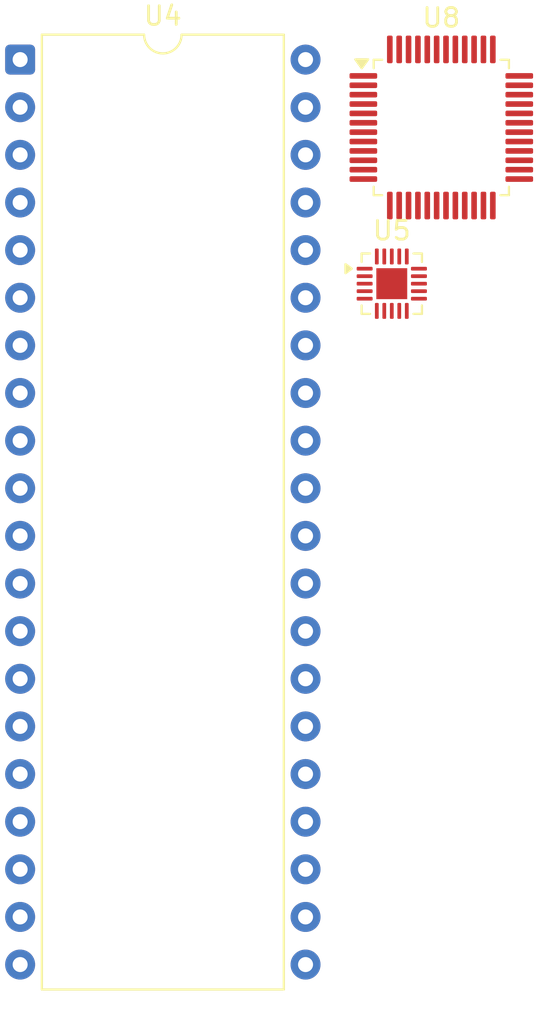
<source format=kicad_pcb>
(kicad_pcb (version 20241229) (generator "pcbnew") (generator_version "9.0")
  (layers (0 "F.Cu" signal) (2 "B.Cu" signal) (13 "F.Paste" user) (15 "B.Paste" user) (5 "F.SilkS" user "F.Silkscreen") (7 "B.SilkS" user "B.Silkscreen") (1 "F.Mask" user) (3 "B.Mask" user) (25 "Edge.Cuts" user))
  (net 0 "")
  (net 2 "Net-(D1-K)")
  (net 3 "Net-(U4-GND)")
  (net 31 "Net-(U1-VCC)")
  (net 38 "Net-(U4--5V)")
  (net 61 "Net-(D1-A)")
  (net 67 "Net-(U8-IOGND-Pad35)")
  (net 68 "Net-(D2-A)")
  (net 72 "Net-(U8-AGND-Pad15)")
  (net 76 "Net-(D4-A)")
  (net 88 "Net-(U8-IOVDD33-Pad32)")
  (net 91 "Net-(D3-A)")
  (footprint "Package_DIP:DIP-40_W15.24mm" (layer "F.Cu") (at 143.26 74.24)
    (property "Reference" "U4" (at 7.62 -2.33 0) (layer "F.SilkS"))
    (property "Value" "8080")
    (fp_line (start 1.16 -1.33) (end 1.16 49.59) (stroke (width 0.12)) (layer "F.SilkS"))
    (fp_line (start 1.16 49.59) (end 14.08 49.59) (stroke (width 0.12)) (layer "F.SilkS"))
    (fp_line (start 6.62 -1.33) (end 1.16 -1.33) (stroke (width 0.12)) (layer "F.SilkS"))
    (fp_line (start 14.08 -1.33) (end 8.62 -1.33) (stroke (width 0.12)) (layer "F.SilkS"))
    (fp_line (start 14.08 49.59) (end 14.08 -1.33) (stroke (width 0.12)) (layer "F.SilkS"))
    (fp_arc (start 8.62 -1.33) (mid 7.62 -0.33) (end 6.62 -1.33) (stroke (width 0.12)) (layer "F.SilkS"))
    (pad "1" thru_hole roundrect (at 0 0) (size 1.6 1.6) (drill 0.8) (layers "*.Cu" "*.Mask") (roundrect_rratio 0.15625))
    (pad "2" thru_hole circle (at 0 2.54) (size 1.6 1.6) (drill 0.8) (layers "*.Cu" "*.Mask") (net 3 "Net-(U4-GND)"))
    (pad "3" thru_hole circle (at 0 5.08) (size 1.6 1.6) (drill 0.8) (layers "*.Cu" "*.Mask"))
    (pad "4" thru_hole circle (at 0 7.62) (size 1.6 1.6) (drill 0.8) (layers "*.Cu" "*.Mask"))
    (pad "5" thru_hole circle (at 0 10.16) (size 1.6 1.6) (drill 0.8) (layers "*.Cu" "*.Mask"))
    (pad "6" thru_hole circle (at 0 12.7) (size 1.6 1.6) (drill 0.8) (layers "*.Cu" "*.Mask"))
    (pad "7" thru_hole circle (at 0 15.24) (size 1.6 1.6) (drill 0.8) (layers "*.Cu" "*.Mask"))
    (pad "8" thru_hole circle (at 0 17.78) (size 1.6 1.6) (drill 0.8) (layers "*.Cu" "*.Mask"))
    (pad "9" thru_hole circle (at 0 20.32) (size 1.6 1.6) (drill 0.8) (layers "*.Cu" "*.Mask"))
    (pad "10" thru_hole circle (at 0 22.86) (size 1.6 1.6) (drill 0.8) (layers "*.Cu" "*.Mask"))
    (pad "11" thru_hole circle (at 0 25.4) (size 1.6 1.6) (drill 0.8) (layers "*.Cu" "*.Mask") (net 38 "Net-(U4--5V)"))
    (pad "12" thru_hole circle (at 0 27.94) (size 1.6 1.6) (drill 0.8) (layers "*.Cu" "*.Mask") (net 31 "Net-(U1-VCC)"))
    (pad "13" thru_hole circle (at 0 30.48) (size 1.6 1.6) (drill 0.8) (layers "*.Cu" "*.Mask"))
    (pad "14" thru_hole circle (at 0 33.02) (size 1.6 1.6) (drill 0.8) (layers "*.Cu" "*.Mask"))
    (pad "15" thru_hole circle (at 0 35.56) (size 1.6 1.6) (drill 0.8) (layers "*.Cu" "*.Mask"))
    (pad "16" thru_hole circle (at 0 38.1) (size 1.6 1.6) (drill 0.8) (layers "*.Cu" "*.Mask"))
    (pad "17" thru_hole circle (at 0 40.64) (size 1.6 1.6) (drill 0.8) (layers "*.Cu" "*.Mask"))
    (pad "18" thru_hole circle (at 0 43.18) (size 1.6 1.6) (drill 0.8) (layers "*.Cu" "*.Mask"))
    (pad "19" thru_hole circle (at 0 45.72) (size 1.6 1.6) (drill 0.8) (layers "*.Cu" "*.Mask") (net 2 "Net-(D1-K)"))
    (pad "20" thru_hole circle (at 0 48.26) (size 1.6 1.6) (drill 0.8) (layers "*.Cu" "*.Mask"))
    (pad "21" thru_hole circle (at 15.24 48.26) (size 1.6 1.6) (drill 0.8) (layers "*.Cu" "*.Mask"))
    (pad "22" thru_hole circle (at 15.24 45.72) (size 1.6 1.6) (drill 0.8) (layers "*.Cu" "*.Mask"))
    (pad "23" thru_hole circle (at 15.24 43.18) (size 1.6 1.6) (drill 0.8) (layers "*.Cu" "*.Mask"))
    (pad "24" thru_hole circle (at 15.24 40.64) (size 1.6 1.6) (drill 0.8) (layers "*.Cu" "*.Mask"))
    (pad "25" thru_hole circle (at 15.24 38.1) (size 1.6 1.6) (drill 0.8) (layers "*.Cu" "*.Mask"))
    (pad "26" thru_hole circle (at 15.24 35.56) (size 1.6 1.6) (drill 0.8) (layers "*.Cu" "*.Mask"))
    (pad "27" thru_hole circle (at 15.24 33.02) (size 1.6 1.6) (drill 0.8) (layers "*.Cu" "*.Mask"))
    (pad "28" thru_hole circle (at 15.24 30.48) (size 1.6 1.6) (drill 0.8) (layers "*.Cu" "*.Mask"))
    (pad "29" thru_hole circle (at 15.24 27.94) (size 1.6 1.6) (drill 0.8) (layers "*.Cu" "*.Mask"))
    (pad "30" thru_hole circle (at 15.24 25.4) (size 1.6 1.6) (drill 0.8) (layers "*.Cu" "*.Mask"))
    (pad "31" thru_hole circle (at 15.24 22.86) (size 1.6 1.6) (drill 0.8) (layers "*.Cu" "*.Mask"))
    (pad "32" thru_hole circle (at 15.24 20.32) (size 1.6 1.6) (drill 0.8) (layers "*.Cu" "*.Mask"))
    (pad "33" thru_hole circle (at 15.24 17.78) (size 1.6 1.6) (drill 0.8) (layers "*.Cu" "*.Mask"))
    (pad "34" thru_hole circle (at 15.24 15.24) (size 1.6 1.6) (drill 0.8) (layers "*.Cu" "*.Mask"))
    (pad "35" thru_hole circle (at 15.24 12.7) (size 1.6 1.6) (drill 0.8) (layers "*.Cu" "*.Mask"))
    (pad "36" thru_hole circle (at 15.24 10.16) (size 1.6 1.6) (drill 0.8) (layers "*.Cu" "*.Mask"))
    (pad "37" thru_hole circle (at 15.24 7.62) (size 1.6 1.6) (drill 0.8) (layers "*.Cu" "*.Mask"))
    (pad "38" thru_hole circle (at 15.24 5.08) (size 1.6 1.6) (drill 0.8) (layers "*.Cu" "*.Mask"))
    (pad "39" thru_hole circle (at 15.24 2.54) (size 1.6 1.6) (drill 0.8) (layers "*.Cu" "*.Mask"))
    (pad "40" thru_hole circle (at 15.24 0) (size 1.6 1.6) (drill 0.8) (layers "*.Cu" "*.Mask"))
  )
  (footprint "Package_QFP:LQFP-48_7x7mm_P0.5mm" (layer "F.Cu") (at 165.75 77.86)
    (property "Reference" "U8" (at 0 -5.85 0) (layer "F.SilkS"))
    (property "Value" "DP83848C")
    (fp_line (start -3.61 -3.61) (end -3.16 -3.61) (stroke (width 0.12)) (layer "F.SilkS"))
    (fp_line (start -3.61 -3.16) (end -3.61 -3.61) (stroke (width 0.12)) (layer "F.SilkS"))
    (fp_line (start -3.61 3.61) (end -3.61 3.16) (stroke (width 0.12)) (layer "F.SilkS"))
    (fp_line (start -3.16 3.61) (end -3.61 3.61) (stroke (width 0.12)) (layer "F.SilkS"))
    (fp_line (start 3.16 -3.61) (end 3.61 -3.61) (stroke (width 0.12)) (layer "F.SilkS"))
    (fp_line (start 3.61 -3.61) (end 3.61 -3.16) (stroke (width 0.12)) (layer "F.SilkS"))
    (fp_line (start 3.61 3.16) (end 3.61 3.61) (stroke (width 0.12)) (layer "F.SilkS"))
    (fp_line (start 3.61 3.61) (end 3.16 3.61) (stroke (width 0.12)) (layer "F.SilkS"))
    (fp_poly (pts (xy -4.25 -3.16) (xy -4.59 -3.63) (xy -3.91 -3.63)) (stroke (width 0.12)) (fill yes) (layer "F.SilkS"))
    (pad "1" smd roundrect (at -4.1625 -2.75) (size 1.475 0.3) (layers "F.Cu" "F.Mask" "F.Paste"))
    (pad "2" smd roundrect (at -4.1625 -2.25) (size 1.475 0.3) (layers "F.Cu" "F.Mask" "F.Paste"))
    (pad "3" smd roundrect (at -4.1625 -1.75) (size 1.475 0.3) (layers "F.Cu" "F.Mask" "F.Paste") (net 61 "Net-(D1-A)"))
    (pad "4" smd roundrect (at -4.1625 -1.25) (size 1.475 0.3) (layers "F.Cu" "F.Mask" "F.Paste"))
    (pad "5" smd roundrect (at -4.1625 -0.75) (size 1.475 0.3) (layers "F.Cu" "F.Mask" "F.Paste"))
    (pad "6" smd roundrect (at -4.1625 -0.25) (size 1.475 0.3) (layers "F.Cu" "F.Mask" "F.Paste"))
    (pad "7" smd roundrect (at -4.1625 0.25) (size 1.475 0.3) (layers "F.Cu" "F.Mask" "F.Paste"))
    (pad "8" smd roundrect (at -4.1625 0.75) (size 1.475 0.3) (layers "F.Cu" "F.Mask" "F.Paste"))
    (pad "9" smd roundrect (at -4.1625 1.25) (size 1.475 0.3) (layers "F.Cu" "F.Mask" "F.Paste"))
    (pad "10" smd roundrect (at -4.1625 1.75) (size 1.475 0.3) (layers "F.Cu" "F.Mask" "F.Paste"))
    (pad "11" smd roundrect (at -4.1625 2.25) (size 1.475 0.3) (layers "F.Cu" "F.Mask" "F.Paste"))
    (pad "12" smd roundrect (at -4.1625 2.75) (size 1.475 0.3) (layers "F.Cu" "F.Mask" "F.Paste"))
    (pad "13" smd roundrect (at -2.75 4.1625) (size 0.3 1.475) (layers "F.Cu" "F.Mask" "F.Paste"))
    (pad "14" smd roundrect (at -2.25 4.1625) (size 0.3 1.475) (layers "F.Cu" "F.Mask" "F.Paste"))
    (pad "15" smd roundrect (at -1.75 4.1625) (size 0.3 1.475) (layers "F.Cu" "F.Mask" "F.Paste") (net 72 "Net-(U8-AGND-Pad15)"))
    (pad "16" smd roundrect (at -1.25 4.1625) (size 0.3 1.475) (layers "F.Cu" "F.Mask" "F.Paste"))
    (pad "17" smd roundrect (at -0.75 4.1625) (size 0.3 1.475) (layers "F.Cu" "F.Mask" "F.Paste"))
    (pad "18" smd roundrect (at -0.25 4.1625) (size 0.3 1.475) (layers "F.Cu" "F.Mask" "F.Paste"))
    (pad "19" smd roundrect (at 0.25 4.1625) (size 0.3 1.475) (layers "F.Cu" "F.Mask" "F.Paste") (net 72 "Net-(U8-AGND-Pad15)"))
    (pad "20" smd roundrect (at 0.75 4.1625) (size 0.3 1.475) (layers "F.Cu" "F.Mask" "F.Paste"))
    (pad "21" smd roundrect (at 1.25 4.1625) (size 0.3 1.475) (layers "F.Cu" "F.Mask" "F.Paste"))
    (pad "22" smd roundrect (at 1.75 4.1625) (size 0.3 1.475) (layers "F.Cu" "F.Mask" "F.Paste"))
    (pad "23" smd roundrect (at 2.25 4.1625) (size 0.3 1.475) (layers "F.Cu" "F.Mask" "F.Paste"))
    (pad "24" smd roundrect (at 2.75 4.1625) (size 0.3 1.475) (layers "F.Cu" "F.Mask" "F.Paste"))
    (pad "25" smd roundrect (at 4.1625 2.75) (size 1.475 0.3) (layers "F.Cu" "F.Mask" "F.Paste"))
    (pad "26" smd roundrect (at 4.1625 2.25) (size 1.475 0.3) (layers "F.Cu" "F.Mask" "F.Paste"))
    (pad "27" smd roundrect (at 4.1625 1.75) (size 1.475 0.3) (layers "F.Cu" "F.Mask" "F.Paste"))
    (pad "28" smd roundrect (at 4.1625 1.25) (size 1.475 0.3) (layers "F.Cu" "F.Mask" "F.Paste"))
    (pad "29" smd roundrect (at 4.1625 0.75) (size 1.475 0.3) (layers "F.Cu" "F.Mask" "F.Paste"))
    (pad "30" smd roundrect (at 4.1625 0.25) (size 1.475 0.3) (layers "F.Cu" "F.Mask" "F.Paste"))
    (pad "31" smd roundrect (at 4.1625 -0.25) (size 1.475 0.3) (layers "F.Cu" "F.Mask" "F.Paste"))
    (pad "32" smd roundrect (at 4.1625 -0.75) (size 1.475 0.3) (layers "F.Cu" "F.Mask" "F.Paste") (net 88 "Net-(U8-IOVDD33-Pad32)"))
    (pad "33" smd roundrect (at 4.1625 -1.25) (size 1.475 0.3) (layers "F.Cu" "F.Mask" "F.Paste") (net 76 "Net-(D4-A)"))
    (pad "34" smd roundrect (at 4.1625 -1.75) (size 1.475 0.3) (layers "F.Cu" "F.Mask" "F.Paste"))
    (pad "35" smd roundrect (at 4.1625 -2.25) (size 1.475 0.3) (layers "F.Cu" "F.Mask" "F.Paste") (net 67 "Net-(U8-IOGND-Pad35)"))
    (pad "36" smd roundrect (at 4.1625 -2.75) (size 1.475 0.3) (layers "F.Cu" "F.Mask" "F.Paste"))
    (pad "37" smd roundrect (at 2.75 -4.1625) (size 0.3 1.475) (layers "F.Cu" "F.Mask" "F.Paste"))
    (pad "38" smd roundrect (at 2.25 -4.1625) (size 0.3 1.475) (layers "F.Cu" "F.Mask" "F.Paste"))
    (pad "39" smd roundrect (at 1.75 -4.1625) (size 0.3 1.475) (layers "F.Cu" "F.Mask" "F.Paste"))
    (pad "40" smd roundrect (at 1.25 -4.1625) (size 0.3 1.475) (layers "F.Cu" "F.Mask" "F.Paste"))
    (pad "41" smd roundrect (at 0.75 -4.1625) (size 0.3 1.475) (layers "F.Cu" "F.Mask" "F.Paste"))
    (pad "42" smd roundrect (at 0.25 -4.1625) (size 0.3 1.475) (layers "F.Cu" "F.Mask" "F.Paste"))
    (pad "43" smd roundrect (at -0.25 -4.1625) (size 0.3 1.475) (layers "F.Cu" "F.Mask" "F.Paste") (net 68 "Net-(D2-A)"))
    (pad "44" smd roundrect (at -0.75 -4.1625) (size 0.3 1.475) (layers "F.Cu" "F.Mask" "F.Paste") (net 91 "Net-(D3-A)"))
    (pad "45" smd roundrect (at -1.25 -4.1625) (size 0.3 1.475) (layers "F.Cu" "F.Mask" "F.Paste"))
    (pad "46" smd roundrect (at -1.75 -4.1625) (size 0.3 1.475) (layers "F.Cu" "F.Mask" "F.Paste"))
    (pad "47" smd roundrect (at -2.25 -4.1625) (size 0.3 1.475) (layers "F.Cu" "F.Mask" "F.Paste") (net 67 "Net-(U8-IOGND-Pad35)"))
    (pad "48" smd roundrect (at -2.75 -4.1625) (size 0.3 1.475) (layers "F.Cu" "F.Mask" "F.Paste") (net 88 "Net-(U8-IOVDD33-Pad32)"))
  )
  (footprint "Package_DFN_QFN:QFN-20-1EP_3x3mm_P0.4mm_EP1.65x1.65mm" (layer "F.Cu") (at 163.105 86.19)
    (property "Reference" "U5" (at 0 -2.83 0) (layer "F.SilkS"))
    (property "Value" "CH246D")
    (fp_line (start -1.61 -1.61) (end -1.16 -1.61) (stroke (width 0.12)) (layer "F.SilkS"))
    (fp_line (start -1.61 -1.16) (end -1.61 -1.61) (stroke (width 0.12)) (layer "F.SilkS"))
    (fp_line (start -1.61 1.61) (end -1.61 1.16) (stroke (width 0.12)) (layer "F.SilkS"))
    (fp_line (start -1.16 1.61) (end -1.61 1.61) (stroke (width 0.12)) (layer "F.SilkS"))
    (fp_line (start 1.16 -1.61) (end 1.61 -1.61) (stroke (width 0.12)) (layer "F.SilkS"))
    (fp_line (start 1.61 -1.61) (end 1.61 -1.16) (stroke (width 0.12)) (layer "F.SilkS"))
    (fp_line (start 1.61 1.16) (end 1.61 1.61) (stroke (width 0.12)) (layer "F.SilkS"))
    (fp_line (start 1.61 1.61) (end 1.16 1.61) (stroke (width 0.12)) (layer "F.SilkS"))
    (fp_poly (pts (xy -2.14 -0.8) (xy -2.47 -0.56) (xy -2.47 -1.04)) (stroke (width 0.12)) (fill yes) (layer "F.SilkS"))
    (pad "1" smd roundrect (at -1.45 -0.8) (size 0.85 0.2) (layers "F.Cu" "F.Mask" "F.Paste"))
    (pad "2" smd roundrect (at -1.45 -0.4) (size 0.85 0.2) (layers "F.Cu" "F.Mask" "F.Paste") (net 38 "Net-(U4--5V)"))
    (pad "3" smd roundrect (at -1.45 0) (size 0.85 0.2) (layers "F.Cu" "F.Mask" "F.Paste"))
    (pad "4" smd roundrect (at -1.45 0.4) (size 0.85 0.2) (layers "F.Cu" "F.Mask" "F.Paste"))
    (pad "5" smd roundrect (at -1.45 0.8) (size 0.85 0.2) (layers "F.Cu" "F.Mask" "F.Paste"))
    (pad "6" smd roundrect (at -0.8 1.45) (size 0.2 0.85) (layers "F.Cu" "F.Mask" "F.Paste"))
    (pad "7" smd roundrect (at -0.4 1.45) (size 0.2 0.85) (layers "F.Cu" "F.Mask" "F.Paste") (net 3 "Net-(U4-GND)"))
    (pad "8" smd roundrect (at 0 1.45) (size 0.2 0.85) (layers "F.Cu" "F.Mask" "F.Paste"))
    (pad "9" smd roundrect (at 0.4 1.45) (size 0.2 0.85) (layers "F.Cu" "F.Mask" "F.Paste"))
    (pad "10" smd roundrect (at 0.8 1.45) (size 0.2 0.85) (layers "F.Cu" "F.Mask" "F.Paste"))
    (pad "11" smd roundrect (at 1.45 0.8) (size 0.85 0.2) (layers "F.Cu" "F.Mask" "F.Paste"))
    (pad "12" smd roundrect (at 1.45 0.4) (size 0.85 0.2) (layers "F.Cu" "F.Mask" "F.Paste"))
    (pad "13" smd roundrect (at 1.45 0) (size 0.85 0.2) (layers "F.Cu" "F.Mask" "F.Paste"))
    (pad "14" smd roundrect (at 1.45 -0.4) (size 0.85 0.2) (layers "F.Cu" "F.Mask" "F.Paste"))
    (pad "15" smd roundrect (at 1.45 -0.8) (size 0.85 0.2) (layers "F.Cu" "F.Mask" "F.Paste"))
    (pad "16" smd roundrect (at 0.8 -1.45) (size 0.2 0.85) (layers "F.Cu" "F.Mask" "F.Paste"))
    (pad "17" smd roundrect (at 0.4 -1.45) (size 0.2 0.85) (layers "F.Cu" "F.Mask" "F.Paste"))
    (pad "18" smd roundrect (at 0 -1.45) (size 0.2 0.85) (layers "F.Cu" "F.Mask" "F.Paste"))
    (pad "19" smd roundrect (at -0.4 -1.45) (size 0.2 0.85) (layers "F.Cu" "F.Mask" "F.Paste"))
    (pad "20" smd roundrect (at -0.8 -1.45) (size 0.2 0.85) (layers "F.Cu" "F.Mask" "F.Paste"))
    (pad "21" smd rect (at 0 0) (size 1.65 1.65) (property pad_prop_heatsink) (layers "F.Cu" "F.Mask"))
  )
)
</source>
